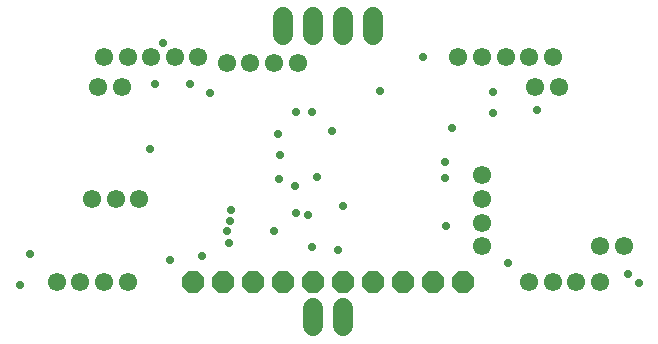
<source format=gbr>
G04 EAGLE Gerber X2 export*
G04 #@! %TF.Part,Single*
G04 #@! %TF.FileFunction,Soldermask,Bot,1*
G04 #@! %TF.FilePolarity,Negative*
G04 #@! %TF.GenerationSoftware,Autodesk,EAGLE,8.6.0*
G04 #@! %TF.CreationDate,2018-03-08T02:15:54Z*
G75*
%MOMM*%
%FSLAX34Y34*%
%LPD*%
%AMOC8*
5,1,8,0,0,1.08239X$1,22.5*%
G01*
%ADD10C,1.549400*%
%ADD11P,2.061953X8X112.500000*%
%ADD12C,1.651000*%
%ADD13C,0.731000*%


D10*
X240000Y350000D03*
X260000Y350000D03*
X280000Y350000D03*
X300000Y350000D03*
X640000Y350000D03*
X660000Y350000D03*
X680000Y350000D03*
X700000Y350000D03*
X600000Y380000D03*
X600000Y400000D03*
X600000Y420000D03*
X600000Y440000D03*
X310000Y420000D03*
X290000Y420000D03*
X270000Y420000D03*
X275000Y515000D03*
X295000Y515000D03*
X645000Y515000D03*
X665000Y515000D03*
X280000Y540000D03*
X300000Y540000D03*
X320000Y540000D03*
X340000Y540000D03*
X360000Y540000D03*
D11*
X355700Y350000D03*
X381100Y350000D03*
X406500Y350000D03*
X431900Y350000D03*
X457300Y350000D03*
X482700Y350000D03*
X508100Y350000D03*
X533500Y350000D03*
X558900Y350000D03*
X584300Y350000D03*
D12*
X482700Y327620D02*
X482700Y312380D01*
X457300Y312380D02*
X457300Y327620D01*
X431900Y558480D02*
X431900Y573720D01*
X457300Y573720D02*
X457300Y558480D01*
X482700Y558480D02*
X482700Y573720D01*
X508100Y573720D02*
X508100Y558480D01*
D10*
X444000Y534900D03*
X424000Y534900D03*
X404000Y534900D03*
X384000Y534900D03*
X700000Y380000D03*
X720000Y380000D03*
X660000Y540000D03*
X640000Y540000D03*
X620000Y540000D03*
X600000Y540000D03*
X580000Y540000D03*
D13*
X574400Y480000D03*
X442200Y493600D03*
X456400Y493700D03*
X442400Y408100D03*
X385600Y382700D03*
X482700Y414200D03*
X428600Y436700D03*
X370000Y509300D03*
X609400Y510800D03*
X646400Y495000D03*
X217100Y373600D03*
X208900Y346900D03*
X732700Y349200D03*
X569900Y397400D03*
X723800Y356800D03*
X622200Y366100D03*
X429000Y457500D03*
X318900Y462400D03*
X387500Y410300D03*
X442100Y430600D03*
X386900Y400900D03*
X460600Y438300D03*
X472700Y477500D03*
X353100Y516900D03*
X323100Y516900D03*
X513700Y511200D03*
X452400Y406100D03*
X455711Y379089D03*
X550300Y540100D03*
X478200Y376700D03*
X568500Y451600D03*
X609700Y493100D03*
X336100Y368000D03*
X362900Y371600D03*
X424200Y392500D03*
X383800Y392500D03*
X568800Y437500D03*
X330000Y552200D03*
X427500Y474900D03*
M02*

</source>
